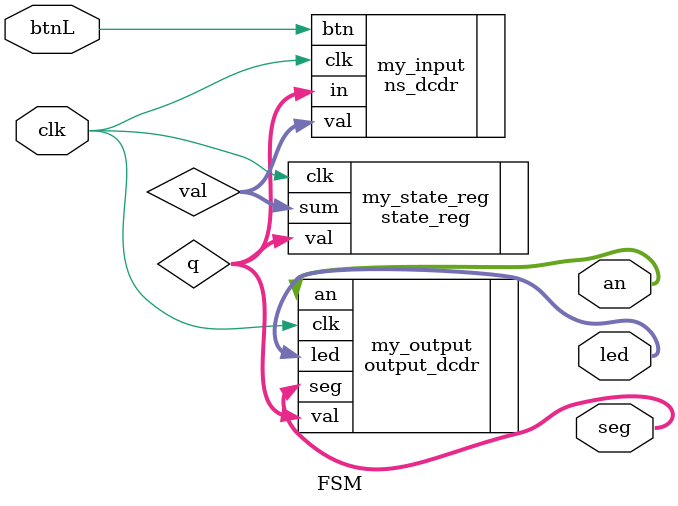
<source format=v>
`timescale 1ns / 1ps


module FSM(
    input btnL,
    input clk,
    output [7:0] seg,
    output [3:0] an,
    output [14:0] led
    );
    
    wire [3:0] val, q;
    
    ns_dcdr my_input(
    .in(q), .btn(btnL), .clk(clk), .val(val)
    );
    
    state_reg my_state_reg(
    .clk(clk), .val(q), .sum(val)
    );
    
    output_dcdr my_output(
    .val (q), .clk(clk), .led(led), .seg(seg), .an(an)
    );
    
endmodule

</source>
